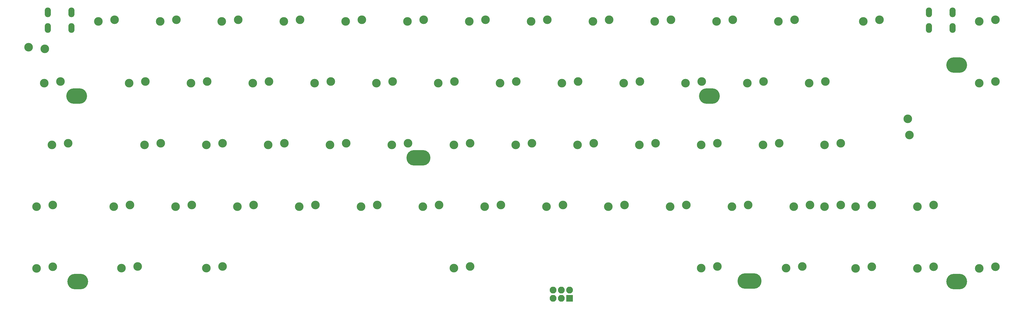
<source format=gts>
G04 #@! TF.GenerationSoftware,KiCad,Pcbnew,(5.0.0)*
G04 #@! TF.CreationDate,2018-12-28T22:46:04+01:00*
G04 #@! TF.ProjectId,cyclops,6379636C6F70732E6B696361645F7063,rev?*
G04 #@! TF.SameCoordinates,Original*
G04 #@! TF.FileFunction,Soldermask,Top*
G04 #@! TF.FilePolarity,Negative*
%FSLAX46Y46*%
G04 Gerber Fmt 4.6, Leading zero omitted, Abs format (unit mm)*
G04 Created by KiCad (PCBNEW (5.0.0)) date 12/28/18 22:46:04*
%MOMM*%
%LPD*%
G01*
G04 APERTURE LIST*
%ADD10C,2.650000*%
%ADD11O,1.900000X3.000000*%
%ADD12O,7.400000X4.800000*%
%ADD13O,6.400000X4.800000*%
%ADD14R,2.100000X2.100000*%
%ADD15O,2.100000X2.100000*%
G04 APERTURE END LIST*
D10*
G04 #@! TO.C,K61*
X347918573Y-133181001D03*
X348418573Y-138181001D03*
G04 #@! TD*
D11*
G04 #@! TO.C,J1*
X361790000Y-100330000D03*
X354490000Y-100330000D03*
X361790000Y-105130000D03*
X354490000Y-105130000D03*
G04 #@! TD*
G04 #@! TO.C,J1*
X90238600Y-100330000D03*
X82938600Y-100330000D03*
X90238600Y-105130000D03*
X82938600Y-105130000D03*
G04 #@! TD*
D12*
G04 #@! TO.C,MH1*
X299200000Y-183200000D03*
G04 #@! TD*
G04 #@! TO.C,MH1*
X197200000Y-145200000D03*
G04 #@! TD*
D13*
G04 #@! TO.C,MH1*
X286800000Y-126200000D03*
G04 #@! TD*
G04 #@! TO.C,MH1*
X91800000Y-126200000D03*
G04 #@! TD*
G04 #@! TO.C,MH1*
X92200000Y-183400000D03*
G04 #@! TD*
G04 #@! TO.C,MH1*
X363000000Y-116600000D03*
G04 #@! TD*
G04 #@! TO.C,MH1*
X363000000Y-183400000D03*
G04 #@! TD*
D10*
G04 #@! TO.C,K57*
X213040600Y-178786400D03*
X208040600Y-179286400D03*
G04 #@! TD*
G04 #@! TO.C,K1*
X82052800Y-111611800D03*
X77052800Y-111111800D03*
G04 #@! TD*
G04 #@! TO.C,K2*
X103490400Y-102611100D03*
X98490400Y-103111100D03*
G04 #@! TD*
G04 #@! TO.C,K3*
X122540400Y-102611800D03*
X117540400Y-103111800D03*
G04 #@! TD*
G04 #@! TO.C,K4*
X141577700Y-102612500D03*
X136577700Y-103112500D03*
G04 #@! TD*
G04 #@! TO.C,K5*
X160640400Y-102599100D03*
X155640400Y-103099100D03*
G04 #@! TD*
G04 #@! TO.C,K6*
X179690400Y-102599100D03*
X174690400Y-103099100D03*
G04 #@! TD*
G04 #@! TO.C,K7*
X198740400Y-102599100D03*
X193740400Y-103099100D03*
G04 #@! TD*
G04 #@! TO.C,K8*
X217790400Y-102599100D03*
X212790400Y-103099100D03*
G04 #@! TD*
G04 #@! TO.C,K9*
X236853100Y-102599100D03*
X231853100Y-103099100D03*
G04 #@! TD*
G04 #@! TO.C,K10*
X255890400Y-102599100D03*
X250890400Y-103099100D03*
G04 #@! TD*
G04 #@! TO.C,K11*
X274940400Y-102599100D03*
X269940400Y-103099100D03*
G04 #@! TD*
G04 #@! TO.C,K12*
X293990400Y-102599100D03*
X288990400Y-103099100D03*
G04 #@! TD*
G04 #@! TO.C,K13*
X313040400Y-102599100D03*
X308040400Y-103099100D03*
G04 #@! TD*
G04 #@! TO.C,K14*
X339253200Y-102599100D03*
X334253200Y-103099100D03*
G04 #@! TD*
G04 #@! TO.C,K15*
X86815300Y-121661800D03*
X81815300Y-122161800D03*
G04 #@! TD*
G04 #@! TO.C,K16*
X113015400Y-121661800D03*
X108015400Y-122161800D03*
G04 #@! TD*
G04 #@! TO.C,K17*
X132065400Y-121661800D03*
X127065400Y-122161800D03*
G04 #@! TD*
G04 #@! TO.C,K18*
X151128100Y-121661800D03*
X146128100Y-122161800D03*
G04 #@! TD*
G04 #@! TO.C,K19*
X170127300Y-121661800D03*
X165127300Y-122161800D03*
G04 #@! TD*
G04 #@! TO.C,K20*
X189190000Y-121661800D03*
X184190000Y-122161800D03*
G04 #@! TD*
G04 #@! TO.C,K21*
X208227300Y-121661800D03*
X203227300Y-122161800D03*
G04 #@! TD*
G04 #@! TO.C,K22*
X227277300Y-121661800D03*
X222277300Y-122161800D03*
G04 #@! TD*
G04 #@! TO.C,K23*
X246327300Y-121661800D03*
X241327300Y-122161800D03*
G04 #@! TD*
G04 #@! TO.C,K24*
X265377300Y-121661800D03*
X260377300Y-122161800D03*
G04 #@! TD*
G04 #@! TO.C,K25*
X284427300Y-121661800D03*
X279427300Y-122161800D03*
G04 #@! TD*
G04 #@! TO.C,K26*
X303477300Y-121661800D03*
X298477300Y-122161800D03*
G04 #@! TD*
G04 #@! TO.C,K27*
X322527300Y-121661800D03*
X317527300Y-122161800D03*
G04 #@! TD*
G04 #@! TO.C,K28*
X89196420Y-140712120D03*
X84196420Y-141212120D03*
G04 #@! TD*
G04 #@! TO.C,K29*
X117765200Y-140711800D03*
X112765200Y-141211800D03*
G04 #@! TD*
G04 #@! TO.C,K30*
X136827900Y-140711800D03*
X131827900Y-141211800D03*
G04 #@! TD*
G04 #@! TO.C,K31*
X155877900Y-140711800D03*
X150877900Y-141211800D03*
G04 #@! TD*
G04 #@! TO.C,K32*
X174927900Y-140711800D03*
X169927900Y-141211800D03*
G04 #@! TD*
G04 #@! TO.C,K33*
X193977900Y-140737200D03*
X188977900Y-141237200D03*
G04 #@! TD*
G04 #@! TO.C,K34*
X213040600Y-140737200D03*
X208040600Y-141237200D03*
G04 #@! TD*
G04 #@! TO.C,K35*
X232103300Y-140737200D03*
X227103300Y-141237200D03*
G04 #@! TD*
G04 #@! TO.C,K36*
X251166000Y-140737200D03*
X246166000Y-141237200D03*
G04 #@! TD*
G04 #@! TO.C,K37*
X270216000Y-140737200D03*
X265216000Y-141237200D03*
G04 #@! TD*
G04 #@! TO.C,K38*
X289266000Y-140737200D03*
X284266000Y-141237200D03*
G04 #@! TD*
G04 #@! TO.C,K39*
X308316000Y-140737200D03*
X303316000Y-141237200D03*
G04 #@! TD*
G04 #@! TO.C,K40*
X327315200Y-140737200D03*
X322315200Y-141237200D03*
G04 #@! TD*
G04 #@! TO.C,K41*
X84434300Y-159771800D03*
X79434300Y-160271800D03*
G04 #@! TD*
G04 #@! TO.C,K42*
X108250200Y-159771800D03*
X103250200Y-160271800D03*
G04 #@! TD*
G04 #@! TO.C,K43*
X127302900Y-159772100D03*
X122302900Y-160272100D03*
G04 #@! TD*
G04 #@! TO.C,K44*
X146352900Y-159772100D03*
X141352900Y-160272100D03*
G04 #@! TD*
G04 #@! TO.C,K45*
X165377500Y-159773200D03*
X160377500Y-160273200D03*
G04 #@! TD*
G04 #@! TO.C,K46*
X184440200Y-159761800D03*
X179440200Y-160261800D03*
G04 #@! TD*
G04 #@! TO.C,K47*
X203502900Y-159749100D03*
X198502900Y-160249100D03*
G04 #@! TD*
G04 #@! TO.C,K48*
X222552900Y-159749100D03*
X217552900Y-160249100D03*
G04 #@! TD*
G04 #@! TO.C,K49*
X241653700Y-159787200D03*
X236653700Y-160287200D03*
G04 #@! TD*
G04 #@! TO.C,K50*
X260652900Y-159787200D03*
X255652900Y-160287200D03*
G04 #@! TD*
G04 #@! TO.C,K51*
X279715600Y-159787200D03*
X274715600Y-160287200D03*
G04 #@! TD*
G04 #@! TO.C,K52*
X298752900Y-159787200D03*
X293752900Y-160287200D03*
G04 #@! TD*
G04 #@! TO.C,K54*
X84434800Y-178837200D03*
X79434800Y-179337200D03*
G04 #@! TD*
G04 #@! TO.C,K55*
X110615100Y-178786400D03*
X105615100Y-179286400D03*
G04 #@! TD*
G04 #@! TO.C,K56*
X136827900Y-178786400D03*
X131827900Y-179286400D03*
G04 #@! TD*
G04 #@! TO.C,K58*
X289266000Y-178786400D03*
X284266000Y-179286400D03*
G04 #@! TD*
G04 #@! TO.C,K59*
X315453400Y-178786400D03*
X310453400Y-179286400D03*
G04 #@! TD*
G04 #@! TO.C,K53*
X317800000Y-159787200D03*
X312800000Y-160287200D03*
G04 #@! TD*
G04 #@! TO.C,K60*
X336885500Y-178836400D03*
X331885500Y-179336400D03*
G04 #@! TD*
G04 #@! TO.C,K63*
X374950000Y-121650000D03*
X369950000Y-122150000D03*
G04 #@! TD*
G04 #@! TO.C,K64*
X336850000Y-159800000D03*
X331850000Y-160300000D03*
G04 #@! TD*
G04 #@! TO.C,K62*
X374950000Y-102600000D03*
X369950000Y-103100000D03*
G04 #@! TD*
G04 #@! TO.C,K65*
X355900000Y-159750000D03*
X350900000Y-160250000D03*
G04 #@! TD*
G04 #@! TO.C,K66*
X355900000Y-178850000D03*
X350900000Y-179350000D03*
G04 #@! TD*
G04 #@! TO.C,K67*
X374950000Y-178850000D03*
X369950000Y-179350000D03*
G04 #@! TD*
G04 #@! TO.C,K64-2*
X327270000Y-159800000D03*
X322270000Y-160300000D03*
G04 #@! TD*
D14*
G04 #@! TO.C,J2*
X243700000Y-188550000D03*
D15*
X243700000Y-186010000D03*
X241160000Y-188550000D03*
X241160000Y-186010000D03*
X238620000Y-188550000D03*
X238620000Y-186010000D03*
G04 #@! TD*
M02*

</source>
